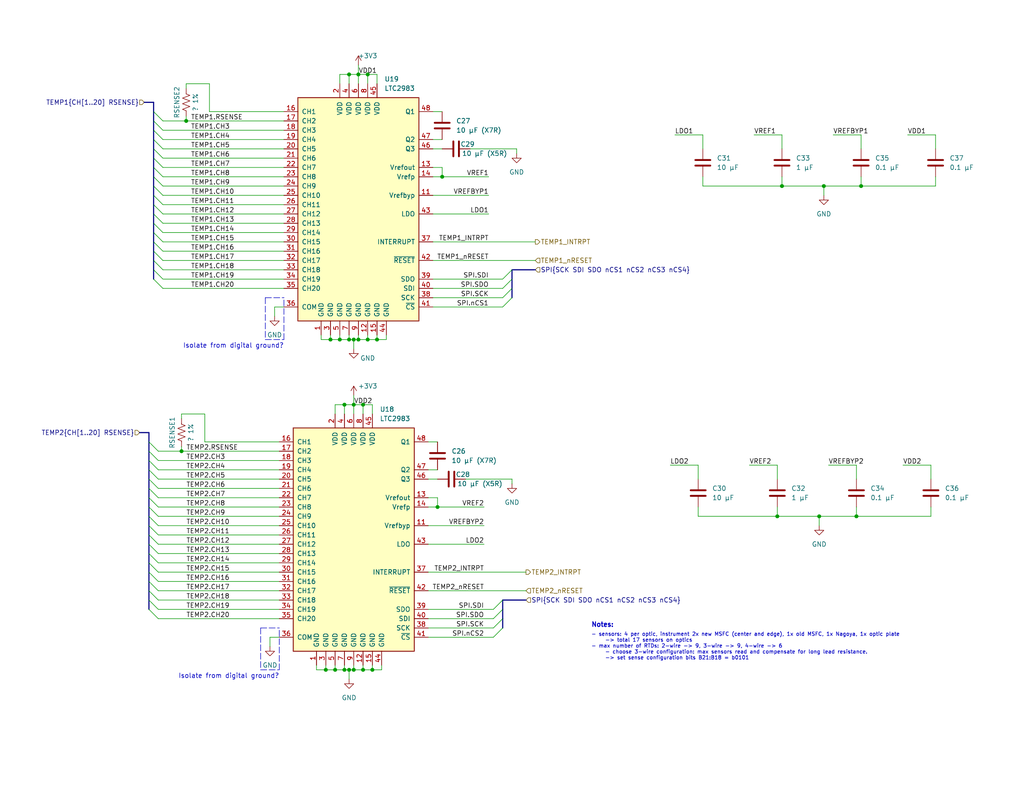
<source format=kicad_sch>
(kicad_sch (version 20211123) (generator eeschema)
  (paper "USLetter")
  (title_block (title "FOXSI-4 Plenum Board") (rev "1") (company "University of Minnesota") (comment 1 "Author: Thanasi Pantazides, panta013@umn.edu"))
  (lib_symbols
    (symbol "Device:C" (pin_numbers hide) (pin_names (offset 0.254))
      (property "Reference" "C" (at 0.635 2.54 0))
      (property "Value" "C" (at 0.635 -2.54 0))
      (symbol "C_0_1"
        (polyline (pts (xy -2.032 -0.762) (xy 2.032 -0.762)) (stroke (width 0.508)))
        (polyline (pts (xy -2.032 0.762) (xy 2.032 0.762)) (stroke (width 0.508)))
      )
      (symbol "C_1_1"
        (pin passive line (at 0 3.81 270) (length 2.794) (name "~") (number "1"))
        (pin passive line (at 0 -3.81 90) (length 2.794) (name "~") (number "2"))
      )
    )
    (symbol "Device:R_US" (pin_numbers hide) (pin_names (offset 0))
      (property "Reference" "R" (at 2.54 0 90))
      (property "Value" "R_US" (at -2.54 0 90))
      (symbol "R_US_0_1"
        (polyline (pts (xy 0 -2.286) (xy 0 -2.54)))
        (polyline (pts (xy 0 2.286) (xy 0 2.54)))
        (polyline (pts (xy 0 -0.762) (xy 1.016 -1.143) (xy 0 -1.524) (xy -1.016 -1.905) (xy 0 -2.286)))
        (polyline (pts (xy 0 0.762) (xy 1.016 0.381) (xy 0 0) (xy -1.016 -0.381) (xy 0 -0.762)))
        (polyline (pts (xy 0 2.286) (xy 1.016 1.905) (xy 0 1.524) (xy -1.016 1.143) (xy 0 0.762)))
      )
      (symbol "R_US_1_1"
        (pin passive line (at 0 3.81 270) (length 1.27) (name "~") (number "1"))
        (pin passive line (at 0 -3.81 90) (length 1.27) (name "~") (number "2"))
      )
    )
    (symbol "Sensor_Temperature:LTC2983" (pin_names (offset 1.016))
      (property "Reference" "U" (at -16.51 33.02 0))
      (property "Value" "LTC2983" (at 8.89 33.02 0))
      (symbol "LTC2983_0_1"
        (rectangle (start -16.51 31.75) (end 16.51 -29.21) (stroke (width 0.254)) (fill (type background)))
      )
      (symbol "LTC2983_1_1"
        (pin power_in line (at -10.16 -33.02 90) (length 3.81) (name "GND") (number "1"))
        (pin passive line (at 20.32 5.08 180) (length 3.81) (name "Vrefbyp") (number "11"))
        (pin power_in line (at 2.54 -33.02 90) (length 3.81) (name "GND") (number "12"))
        (pin passive line (at 20.32 12.7 180) (length 3.81) (name "Vrefout") (number "13"))
        (pin passive line (at 20.32 10.16 180) (length 3.81) (name "Vrefp") (number "14"))
        (pin power_in line (at 5.08 -33.02 90) (length 3.81) (name "GND") (number "15"))
        (pin passive line (at -20.32 27.94 0) (length 3.81) (name "CH1") (number "16"))
        (pin passive line (at -20.32 25.4 0) (length 3.81) (name "CH2") (number "17"))
        (pin passive line (at -20.32 22.86 0) (length 3.81) (name "CH3") (number "18"))
        (pin passive line (at -20.32 20.32 0) (length 3.81) (name "CH4") (number "19"))
        (pin power_in line (at -5.08 35.56 270) (length 3.81) (name "VDD") (number "2"))
        (pin passive line (at -20.32 17.78 0) (length 3.81) (name "CH5") (number "20"))
        (pin passive line (at -20.32 15.24 0) (length 3.81) (name "CH6") (number "21"))
        (pin passive line (at -20.32 12.7 0) (length 3.81) (name "CH7") (number "22"))
        (pin passive line (at -20.32 10.16 0) (length 3.81) (name "CH8") (number "23"))
        (pin passive line (at -20.32 7.62 0) (length 3.81) (name "CH9") (number "24"))
        (pin passive line (at -20.32 5.08 0) (length 3.81) (name "CH10") (number "25"))
        (pin passive line (at -20.32 2.54 0) (length 3.81) (name "CH11") (number "26"))
        (pin passive line (at -20.32 0 0) (length 3.81) (name "CH12") (number "27"))
        (pin passive line (at -20.32 -2.54 0) (length 3.81) (name "CH13") (number "28"))
        (pin passive line (at -20.32 -5.08 0) (length 3.81) (name "CH14") (number "29"))
        (pin power_in line (at -7.62 -33.02 90) (length 3.81) (name "GND") (number "3"))
        (pin passive line (at -20.32 -7.62 0) (length 3.81) (name "CH15") (number "30"))
        (pin passive line (at -20.32 -10.16 0) (length 3.81) (name "CH16") (number "31"))
        (pin passive line (at -20.32 -12.7 0) (length 3.81) (name "CH17") (number "32"))
        (pin passive line (at -20.32 -15.24 0) (length 3.81) (name "CH18") (number "33"))
        (pin passive line (at -20.32 -17.78 0) (length 3.81) (name "CH19") (number "34"))
        (pin passive line (at -20.32 -20.32 0) (length 3.81) (name "CH20") (number "35"))
        (pin passive line (at -20.32 -25.4 0) (length 3.81) (name "COM") (number "36"))
        (pin output line (at 20.32 -7.62 180) (length 3.81) (name "INTERRUPT") (number "37"))
        (pin input line (at 20.32 -22.86 180) (length 3.81) (name "SCK") (number "38"))
        (pin output line (at 20.32 -17.78 180) (length 3.81) (name "SDO") (number "39"))
        (pin power_in line (at -2.54 35.56 270) (length 3.81) (name "VDD") (number "4"))
        (pin input line (at 20.32 -20.32 180) (length 3.81) (name "SDI") (number "40"))
        (pin input line (at 20.32 -25.4 180) (length 3.81) (name "~{CS}") (number "41"))
        (pin input line (at 20.32 -12.7 180) (length 3.81) (name "~{RESET}") (number "42"))
        (pin passive line (at 20.32 0 180) (length 3.81) (name "LDO") (number "43"))
        (pin power_out line (at 7.62 -33.02 90) (length 3.81) (name "GND") (number "44"))
        (pin power_in line (at 5.08 35.56 270) (length 3.81) (name "VDD") (number "45"))
        (pin passive line (at 20.32 17.78 180) (length 3.81) (name "Q3") (number "46"))
        (pin passive line (at 20.32 20.32 180) (length 3.81) (name "Q2") (number "47"))
        (pin passive line (at 20.32 27.94 180) (length 3.81) (name "Q1") (number "48"))
        (pin power_in line (at -5.08 -33.02 90) (length 3.81) (name "GND") (number "5"))
        (pin power_in line (at 0 35.56 270) (length 3.81) (name "VDD") (number "6"))
        (pin power_in line (at -2.54 -33.02 90) (length 3.81) (name "GND") (number "7"))
        (pin power_in line (at 2.54 35.56 270) (length 3.81) (name "VDD") (number "8"))
        (pin power_in line (at 0 -33.02 90) (length 3.81) (name "GND") (number "9"))
      )
    )
    (symbol "power:+3V3" (power) (pin_names (offset 0))
      (property "Value" "+3V3" (at 0 3.556 0))
      (symbol "+3V3_0_1"
        (polyline (pts (xy -0.762 1.27) (xy 0 2.54)))
        (polyline (pts (xy 0 0) (xy 0 2.54)))
        (polyline (pts (xy 0 2.54) (xy 0.762 1.27)))
      )
      (symbol "+3V3_1_1"
        (pin power_in line (at 0 0 90) (length 0) hide (name "+3V3") (number "1"))
      )
    )
    (symbol "power:GND" (power) (pin_names (offset 0))
      (property "Value" "GND" (at 0 -3.81 0))
      (symbol "GND_0_1"
        (polyline (pts (xy 0 0) (xy 0 -1.27) (xy 1.27 -1.27) (xy 0 -2.54) (xy -1.27 -1.27) (xy 0 -1.27)))
      )
      (symbol "GND_1_1"
        (pin power_in line (at 0 0 270) (length 0) hide (name "GND") (number "1"))
      )
    )
  )
  (junction (at 95.25 92.71))
  (junction (at 119.38 138.43))
  (junction (at 90.17 92.71))
  (junction (at 213.36 50.8))
  (junction (at 101.6 182.88))
  (junction (at 233.68 140.97))
  (junction (at 92.71 92.71))
  (junction (at 97.79 92.71))
  (junction (at 100.33 20.32))
  (junction (at 120.65 48.26))
  (junction (at 97.79 20.32))
  (junction (at 99.06 182.88))
  (junction (at 93.98 110.49))
  (junction (at 102.87 92.71))
  (junction (at 96.52 182.88))
  (junction (at 91.44 182.88))
  (junction (at 96.52 92.71))
  (junction (at 100.33 92.71))
  (junction (at 95.25 182.88))
  (junction (at 99.06 110.49))
  (junction (at 49.53 123.19))
  (junction (at 50.8 33.02))
  (junction (at 234.95 50.8))
  (junction (at 223.52 140.97))
  (junction (at 96.52 110.49))
  (junction (at 95.25 20.32))
  (junction (at 212.09 140.97))
  (junction (at 88.9 182.88))
  (junction (at 224.79 50.8))
  (junction (at 93.98 182.88))
  (bus_entry (at 41.91 73.66) (size 2.54 2.54))
  (bus_entry (at 40.64 153.67) (size 2.54 2.54))
  (bus_entry (at 41.91 45.72) (size 2.54 2.54))
  (bus_entry (at 41.91 33.02) (size 2.54 2.54))
  (bus_entry (at 40.64 130.81) (size 2.54 2.54))
  (bus_entry (at 40.64 156.21) (size 2.54 2.54))
  (bus_entry (at 41.91 58.42) (size 2.54 2.54))
  (bus_entry (at 137.16 81.28) (size 2.54 -2.54))
  (bus_entry (at 40.64 120.65) (size 2.54 2.54))
  (bus_entry (at 41.91 66.04) (size 2.54 2.54))
  (bus_entry (at 40.64 146.05) (size 2.54 2.54))
  (bus_entry (at 40.64 163.83) (size 2.54 2.54))
  (bus_entry (at 41.91 53.34) (size 2.54 2.54))
  (bus_entry (at 40.64 151.13) (size 2.54 2.54))
  (bus_entry (at 137.16 76.2) (size 2.54 -2.54))
  (bus_entry (at 41.91 50.8) (size 2.54 2.54))
  (bus_entry (at 40.64 133.35) (size 2.54 2.54))
  (bus_entry (at 134.62 173.99) (size 2.54 -2.54))
  (bus_entry (at 40.64 138.43) (size 2.54 2.54))
  (bus_entry (at 41.91 43.18) (size 2.54 2.54))
  (bus_entry (at 40.64 161.29) (size 2.54 2.54))
  (bus_entry (at 134.62 168.91) (size 2.54 -2.54))
  (bus_entry (at 41.91 60.96) (size 2.54 2.54))
  (bus_entry (at 41.91 38.1) (size 2.54 2.54))
  (bus_entry (at 40.64 135.89) (size 2.54 2.54))
  (bus_entry (at 40.64 158.75) (size 2.54 2.54))
  (bus_entry (at 137.16 83.82) (size 2.54 -2.54))
  (bus_entry (at 40.64 125.73) (size 2.54 2.54))
  (bus_entry (at 41.91 63.5) (size 2.54 2.54))
  (bus_entry (at 134.62 171.45) (size 2.54 -2.54))
  (bus_entry (at 41.91 48.26) (size 2.54 2.54))
  (bus_entry (at 40.64 123.19) (size 2.54 2.54))
  (bus_entry (at 137.16 78.74) (size 2.54 -2.54))
  (bus_entry (at 41.91 30.48) (size 2.54 2.54))
  (bus_entry (at 40.64 166.37) (size 2.54 2.54))
  (bus_entry (at 134.62 166.37) (size 2.54 -2.54))
  (bus_entry (at 41.91 40.64) (size 2.54 2.54))
  (bus_entry (at 40.64 143.51) (size 2.54 2.54))
  (bus_entry (at 40.64 148.59) (size 2.54 2.54))
  (bus_entry (at 41.91 71.12) (size 2.54 2.54))
  (bus_entry (at 41.91 35.56) (size 2.54 2.54))
  (bus_entry (at 41.91 55.88) (size 2.54 2.54))
  (bus_entry (at 41.91 76.2) (size 2.54 2.54))
  (bus_entry (at 41.91 68.58) (size 2.54 2.54))
  (bus_entry (at 40.64 128.27) (size 2.54 2.54))
  (bus_entry (at 40.64 140.97) (size 2.54 2.54))
  (bus (pts (xy 40.64 133.35) (xy 40.64 130.81)))
  (bus (pts (xy 40.64 161.29) (xy 40.64 158.75)))
  (wire (pts (xy 96.52 107.95) (xy 96.52 110.49)))
  (polyline (pts (xy 76.2 182.88) (xy 76.2 171.45)))
  (bus (pts (xy 40.64 156.21) (xy 40.64 153.67)))
  (wire (pts (xy 254 138.43) (xy 254 140.97)))
  (wire (pts (xy 43.18 146.05) (xy 76.2 146.05)))
  (wire (pts (xy 233.68 140.97) (xy 223.52 140.97)))
  (bus (pts (xy 41.91 40.64) (xy 41.91 38.1)))
  (wire (pts (xy 87.63 91.44) (xy 87.63 92.71)))
  (wire (pts (xy 118.11 81.28) (xy 137.16 81.28)))
  (wire (pts (xy 44.45 40.64) (xy 77.47 40.64)))
  (bus (pts (xy 137.16 163.83) (xy 143.51 163.83)))
  (wire (pts (xy 139.7 130.81) (xy 139.7 132.08)))
  (bus (pts (xy 40.64 166.37) (xy 40.64 163.83)))
  (wire (pts (xy 97.79 20.32) (xy 97.79 22.86)))
  (wire (pts (xy 44.45 55.88) (xy 77.47 55.88)))
  (bus (pts (xy 40.64 128.27) (xy 40.64 125.73)))
  (wire (pts (xy 99.06 181.61) (xy 99.06 182.88)))
  (bus (pts (xy 41.91 60.96) (xy 41.91 58.42)))
  (bus (pts (xy 40.64 123.19) (xy 40.64 120.65)))
  (wire (pts (xy 43.18 153.67) (xy 76.2 153.67)))
  (wire (pts (xy 44.45 76.2) (xy 77.47 76.2)))
  (polyline (pts (xy 72.39 81.28) (xy 72.39 92.71)))
  (wire (pts (xy 44.45 58.42) (xy 77.47 58.42)))
  (wire (pts (xy 99.06 182.88) (xy 101.6 182.88)))
  (wire (pts (xy 95.25 91.44) (xy 95.25 92.71)))
  (polyline (pts (xy 71.12 171.45) (xy 71.12 182.88)))
  (wire (pts (xy 102.87 20.32) (xy 102.87 22.86)))
  (wire (pts (xy 92.71 22.86) (xy 92.71 20.32)))
  (wire (pts (xy 234.95 50.8) (xy 234.95 48.26)))
  (wire (pts (xy 97.79 17.78) (xy 97.79 20.32)))
  (bus (pts (xy 137.16 166.37) (xy 137.16 168.91)))
  (wire (pts (xy 76.2 120.65) (xy 55.88 120.65)))
  (wire (pts (xy 102.87 91.44) (xy 102.87 92.71)))
  (wire (pts (xy 92.71 20.32) (xy 95.25 20.32)))
  (wire (pts (xy 90.17 91.44) (xy 90.17 92.71)))
  (wire (pts (xy 92.71 92.71) (xy 95.25 92.71)))
  (bus (pts (xy 41.91 53.34) (xy 41.91 50.8)))
  (bus (pts (xy 41.91 38.1) (xy 41.91 35.56)))
  (wire (pts (xy 44.45 48.26) (xy 77.47 48.26)))
  (wire (pts (xy 77.47 30.48) (xy 57.15 30.48)))
  (wire (pts (xy 92.71 91.44) (xy 92.71 92.71)))
  (wire (pts (xy 223.52 140.97) (xy 223.52 143.51)))
  (wire (pts (xy 97.79 20.32) (xy 100.33 20.32)))
  (wire (pts (xy 95.25 92.71) (xy 96.52 92.71)))
  (wire (pts (xy 57.15 22.86) (xy 50.8 22.86)))
  (wire (pts (xy 43.18 125.73) (xy 76.2 125.73)))
  (wire (pts (xy 118.11 78.74) (xy 137.16 78.74)))
  (wire (pts (xy 44.45 66.04) (xy 77.47 66.04)))
  (wire (pts (xy 44.45 78.74) (xy 77.47 78.74)))
  (wire (pts (xy 43.18 166.37) (xy 76.2 166.37)))
  (wire (pts (xy 44.45 68.58) (xy 77.47 68.58)))
  (wire (pts (xy 212.09 140.97) (xy 212.09 138.43)))
  (bus (pts (xy 40.64 138.43) (xy 40.64 135.89)))
  (wire (pts (xy 116.84 168.91) (xy 134.62 168.91)))
  (wire (pts (xy 97.79 91.44) (xy 97.79 92.71)))
  (bus (pts (xy 41.91 63.5) (xy 41.91 60.96)))
  (wire (pts (xy 96.52 92.71) (xy 97.79 92.71)))
  (wire (pts (xy 91.44 182.88) (xy 93.98 182.88)))
  (wire (pts (xy 120.65 45.72) (xy 120.65 48.26)))
  (wire (pts (xy 140.97 40.64) (xy 140.97 41.91)))
  (wire (pts (xy 233.68 130.81) (xy 233.68 127)))
  (wire (pts (xy 99.06 110.49) (xy 101.6 110.49)))
  (bus (pts (xy 40.64 146.05) (xy 40.64 143.51)))
  (wire (pts (xy 118.11 53.34) (xy 133.35 53.34)))
  (wire (pts (xy 95.25 20.32) (xy 95.25 22.86)))
  (wire (pts (xy 119.38 135.89) (xy 119.38 138.43)))
  (wire (pts (xy 44.45 38.1) (xy 77.47 38.1)))
  (bus (pts (xy 40.64 158.75) (xy 40.64 156.21)))
  (wire (pts (xy 100.33 92.71) (xy 102.87 92.71)))
  (wire (pts (xy 43.18 156.21) (xy 76.2 156.21)))
  (bus (pts (xy 137.16 163.83) (xy 137.16 166.37)))
  (wire (pts (xy 96.52 110.49) (xy 99.06 110.49)))
  (bus (pts (xy 40.64 163.83) (xy 40.64 161.29)))
  (wire (pts (xy 128.27 40.64) (xy 140.97 40.64)))
  (bus (pts (xy 39.37 27.94) (xy 41.91 27.94)))
  (bus (pts (xy 41.91 71.12) (xy 41.91 68.58)))
  (bus (pts (xy 41.91 48.26) (xy 41.91 45.72)))
  (bus (pts (xy 40.64 143.51) (xy 40.64 140.97)))
  (wire (pts (xy 254 140.97) (xy 233.68 140.97)))
  (wire (pts (xy 190.5 140.97) (xy 190.5 138.43)))
  (wire (pts (xy 118.11 71.12) (xy 146.05 71.12)))
  (wire (pts (xy 96.52 182.88) (xy 99.06 182.88)))
  (bus (pts (xy 139.7 76.2) (xy 139.7 78.74)))
  (wire (pts (xy 44.45 73.66) (xy 77.47 73.66)))
  (wire (pts (xy 213.36 50.8) (xy 213.36 48.26)))
  (wire (pts (xy 43.18 163.83) (xy 76.2 163.83)))
  (wire (pts (xy 100.33 91.44) (xy 100.33 92.71)))
  (wire (pts (xy 43.18 168.91) (xy 76.2 168.91)))
  (wire (pts (xy 93.98 110.49) (xy 93.98 113.03)))
  (wire (pts (xy 255.27 50.8) (xy 234.95 50.8)))
  (wire (pts (xy 191.77 50.8) (xy 191.77 48.26)))
  (bus (pts (xy 139.7 78.74) (xy 139.7 81.28)))
  (bus (pts (xy 40.64 140.97) (xy 40.64 138.43)))
  (wire (pts (xy 50.8 22.86) (xy 50.8 24.13)))
  (wire (pts (xy 43.18 128.27) (xy 76.2 128.27)))
  (wire (pts (xy 90.17 92.71) (xy 92.71 92.71)))
  (wire (pts (xy 73.66 173.99) (xy 73.66 176.53)))
  (wire (pts (xy 88.9 181.61) (xy 88.9 182.88)))
  (bus (pts (xy 41.91 30.48) (xy 41.91 27.94)))
  (wire (pts (xy 212.09 130.81) (xy 212.09 127)))
  (wire (pts (xy 116.84 171.45) (xy 134.62 171.45)))
  (wire (pts (xy 93.98 110.49) (xy 96.52 110.49)))
  (polyline (pts (xy 71.12 182.88) (xy 76.2 182.88)))
  (wire (pts (xy 104.14 182.88) (xy 104.14 181.61)))
  (wire (pts (xy 184.15 36.83) (xy 191.77 36.83)))
  (bus (pts (xy 40.64 153.67) (xy 40.64 151.13)))
  (wire (pts (xy 88.9 182.88) (xy 91.44 182.88)))
  (wire (pts (xy 93.98 182.88) (xy 95.25 182.88)))
  (wire (pts (xy 55.88 120.65) (xy 55.88 113.03)))
  (wire (pts (xy 43.18 138.43) (xy 76.2 138.43)))
  (wire (pts (xy 43.18 133.35) (xy 76.2 133.35)))
  (wire (pts (xy 224.79 50.8) (xy 224.79 53.34)))
  (wire (pts (xy 224.79 50.8) (xy 213.36 50.8)))
  (wire (pts (xy 233.68 140.97) (xy 233.68 138.43)))
  (bus (pts (xy 139.7 73.66) (xy 146.05 73.66)))
  (wire (pts (xy 44.45 33.02) (xy 50.8 33.02)))
  (polyline (pts (xy 71.12 171.45) (xy 76.2 171.45)))
  (wire (pts (xy 116.84 148.59) (xy 132.08 148.59)))
  (bus (pts (xy 41.91 68.58) (xy 41.91 66.04)))
  (wire (pts (xy 116.84 135.89) (xy 119.38 135.89)))
  (wire (pts (xy 254 130.81) (xy 254 127)))
  (wire (pts (xy 96.52 92.71) (xy 96.52 95.25)))
  (wire (pts (xy 43.18 130.81) (xy 76.2 130.81)))
  (wire (pts (xy 44.45 35.56) (xy 77.47 35.56)))
  (wire (pts (xy 43.18 135.89) (xy 76.2 135.89)))
  (wire (pts (xy 76.2 173.99) (xy 73.66 173.99)))
  (bus (pts (xy 41.91 55.88) (xy 41.91 53.34)))
  (wire (pts (xy 43.18 148.59) (xy 76.2 148.59)))
  (wire (pts (xy 116.84 138.43) (xy 119.38 138.43)))
  (wire (pts (xy 234.95 40.64) (xy 234.95 36.83)))
  (wire (pts (xy 212.09 140.97) (xy 190.5 140.97)))
  (wire (pts (xy 44.45 43.18) (xy 77.47 43.18)))
  (bus (pts (xy 41.91 76.2) (xy 41.91 73.66)))
  (bus (pts (xy 41.91 43.18) (xy 41.91 40.64)))
  (wire (pts (xy 116.84 173.99) (xy 134.62 173.99)))
  (wire (pts (xy 50.8 33.02) (xy 50.8 31.75)))
  (wire (pts (xy 43.18 140.97) (xy 76.2 140.97)))
  (polyline (pts (xy 72.39 81.28) (xy 77.47 81.28)))
  (wire (pts (xy 100.33 20.32) (xy 100.33 22.86)))
  (wire (pts (xy 204.47 127) (xy 212.09 127)))
  (wire (pts (xy 116.84 143.51) (xy 132.08 143.51)))
  (bus (pts (xy 41.91 33.02) (xy 41.91 30.48)))
  (wire (pts (xy 97.79 92.71) (xy 100.33 92.71)))
  (wire (pts (xy 44.45 45.72) (xy 77.47 45.72)))
  (wire (pts (xy 116.84 120.65) (xy 119.38 120.65)))
  (wire (pts (xy 95.25 182.88) (xy 95.25 185.42)))
  (wire (pts (xy 118.11 66.04) (xy 146.05 66.04)))
  (wire (pts (xy 96.52 181.61) (xy 96.52 182.88)))
  (wire (pts (xy 226.06 127) (xy 233.68 127)))
  (wire (pts (xy 118.11 40.64) (xy 120.65 40.64)))
  (wire (pts (xy 182.88 127) (xy 190.5 127)))
  (bus (pts (xy 41.91 58.42) (xy 41.91 55.88)))
  (wire (pts (xy 119.38 138.43) (xy 132.08 138.43)))
  (wire (pts (xy 127 130.81) (xy 139.7 130.81)))
  (wire (pts (xy 44.45 71.12) (xy 77.47 71.12)))
  (bus (pts (xy 41.91 35.56) (xy 41.91 33.02)))
  (wire (pts (xy 223.52 140.97) (xy 212.09 140.97)))
  (bus (pts (xy 40.64 148.59) (xy 40.64 146.05)))
  (wire (pts (xy 86.36 182.88) (xy 88.9 182.88)))
  (bus (pts (xy 41.91 66.04) (xy 41.91 63.5)))
  (bus (pts (xy 40.64 151.13) (xy 40.64 148.59)))
  (bus (pts (xy 41.91 45.72) (xy 41.91 43.18)))
  (wire (pts (xy 116.84 161.29) (xy 143.51 161.29)))
  (wire (pts (xy 118.11 76.2) (xy 137.16 76.2)))
  (wire (pts (xy 213.36 50.8) (xy 191.77 50.8)))
  (wire (pts (xy 255.27 40.64) (xy 255.27 36.83)))
  (polyline (pts (xy 77.47 92.71) (xy 77.47 81.28)))
  (wire (pts (xy 44.45 50.8) (xy 77.47 50.8)))
  (wire (pts (xy 95.25 182.88) (xy 96.52 182.88)))
  (wire (pts (xy 118.11 30.48) (xy 120.65 30.48)))
  (wire (pts (xy 91.44 181.61) (xy 91.44 182.88)))
  (bus (pts (xy 38.1 118.11) (xy 40.64 118.11)))
  (wire (pts (xy 246.38 127) (xy 254 127)))
  (bus (pts (xy 137.16 168.91) (xy 137.16 171.45)))
  (wire (pts (xy 49.53 123.19) (xy 49.53 121.92)))
  (wire (pts (xy 190.5 130.81) (xy 190.5 127)))
  (wire (pts (xy 118.11 58.42) (xy 133.35 58.42)))
  (wire (pts (xy 116.84 156.21) (xy 143.51 156.21)))
  (wire (pts (xy 87.63 92.71) (xy 90.17 92.71)))
  (wire (pts (xy 213.36 40.64) (xy 213.36 36.83)))
  (wire (pts (xy 77.47 83.82) (xy 74.93 83.82)))
  (wire (pts (xy 234.95 50.8) (xy 224.79 50.8)))
  (wire (pts (xy 57.15 30.48) (xy 57.15 22.86)))
  (bus (pts (xy 40.64 120.65) (xy 40.64 118.11)))
  (wire (pts (xy 43.18 161.29) (xy 76.2 161.29)))
  (wire (pts (xy 91.44 113.03) (xy 91.44 110.49)))
  (wire (pts (xy 86.36 181.61) (xy 86.36 182.88)))
  (wire (pts (xy 96.52 110.49) (xy 96.52 113.03)))
  (wire (pts (xy 49.53 113.03) (xy 49.53 114.3)))
  (wire (pts (xy 227.33 36.83) (xy 234.95 36.83)))
  (wire (pts (xy 43.18 143.51) (xy 76.2 143.51)))
  (wire (pts (xy 118.11 83.82) (xy 137.16 83.82)))
  (wire (pts (xy 255.27 48.26) (xy 255.27 50.8)))
  (wire (pts (xy 118.11 45.72) (xy 120.65 45.72)))
  (wire (pts (xy 43.18 151.13) (xy 76.2 151.13)))
  (wire (pts (xy 116.84 166.37) (xy 134.62 166.37)))
  (wire (pts (xy 101.6 110.49) (xy 101.6 113.03)))
  (wire (pts (xy 44.45 63.5) (xy 77.47 63.5)))
  (wire (pts (xy 205.74 36.83) (xy 213.36 36.83)))
  (wire (pts (xy 43.18 123.19) (xy 49.53 123.19)))
  (wire (pts (xy 118.11 38.1) (xy 120.65 38.1)))
  (wire (pts (xy 44.45 53.34) (xy 77.47 53.34)))
  (wire (pts (xy 50.8 33.02) (xy 77.47 33.02)))
  (bus (pts (xy 41.91 50.8) (xy 41.91 48.26)))
  (wire (pts (xy 191.77 40.64) (xy 191.77 36.83)))
  (polyline (pts (xy 72.39 92.71) (xy 77.47 92.71)))
  (wire (pts (xy 43.18 158.75) (xy 76.2 158.75)))
  (wire (pts (xy 105.41 92.71) (xy 105.41 91.44)))
  (wire (pts (xy 49.53 123.19) (xy 76.2 123.19)))
  (wire (pts (xy 102.87 92.71) (xy 105.41 92.71)))
  (wire (pts (xy 101.6 181.61) (xy 101.6 182.88)))
  (bus (pts (xy 41.91 73.66) (xy 41.91 71.12)))
  (wire (pts (xy 247.65 36.83) (xy 255.27 36.83)))
  (wire (pts (xy 118.11 48.26) (xy 120.65 48.26)))
  (wire (pts (xy 93.98 181.61) (xy 93.98 182.88)))
  (wire (pts (xy 95.25 20.32) (xy 97.79 20.32)))
  (wire (pts (xy 101.6 182.88) (xy 104.14 182.88)))
  (bus (pts (xy 40.64 130.81) (xy 40.64 128.27)))
  (wire (pts (xy 116.84 128.27) (xy 119.38 128.27)))
  (bus (pts (xy 40.64 125.73) (xy 40.64 123.19)))
  (wire (pts (xy 116.84 130.81) (xy 119.38 130.81)))
  (wire (pts (xy 99.06 110.49) (xy 99.06 113.03)))
  (wire (pts (xy 91.44 110.49) (xy 93.98 110.49)))
  (wire (pts (xy 74.93 83.82) (xy 74.93 86.36)))
  (bus (pts (xy 40.64 135.89) (xy 40.64 133.35)))
  (wire (pts (xy 44.45 60.96) (xy 77.47 60.96)))
  (wire (pts (xy 55.88 113.03) (xy 49.53 113.03)))
  (wire (pts (xy 100.33 20.32) (xy 102.87 20.32)))
  (bus (pts (xy 139.7 73.66) (xy 139.7 76.2)))
  (wire (pts (xy 120.65 48.26) (xy 133.35 48.26)))
  (text "Isolate from digital ground?" (at 77.47 95.25 180) (effects (font (size 1.27 1.27)) (justify right bottom)))
  (text "Isolate from digital ground?" (at 76.2 185.42 180) (effects (font (size 1.27 1.27)) (justify right bottom)))
  (text "- sensors: 4 per optic, instrument 2x new MSFC (center and edge), 1x old MSFC, 1x Nagoya, 1x optic plate\n	-> total 17 sensors on optics \n- max number of RTDs: 2-wire -> 9, 3-wire -> 9, 4-wire -> 6\n	- choose 3-wire configuration: max sensors read and compensate for long lead resistance.\n	-> set sense configuration bits B21:B18 = b0101" (at 161.29 180.34 0) (effects (font (size 1 1)) (justify left bottom)))
  (text "Notes:" (at 161.29 171.45 0) (effects (font (size 1.27 1.27) bold) (justify left bottom)))
  (label "TEMP1.CH13" (at 52.07 60.96 0))
  (label "TEMP1.CH12" (at 52.07 58.42 0))
  (label "TEMP1_INTRPT" (at 133.35 66.04 180))
  (label "SPI.SCK" (at 132.08 171.45 180))
  (label "SPI.SDO" (at 132.08 168.91 180))
  (label "LDO2" (at 132.08 148.59 180))
  (label "TEMP2.CH17" (at 50.8 161.29 0))
  (label "TEMP2.CH14" (at 50.8075 153.67 0))
  (label "TEMP2.CH19" (at 50.8 166.37 0))
  (label "SPI.SDI" (at 132.08 166.37 180))
  (label "TEMP2_INTRPT" (at 132.08 156.21 180))
  (label "TEMP1.CH18" (at 52.07 73.66 0))
  (label "TEMP2.CH18" (at 50.8 163.83 0))
  (label "TEMP1.CH3" (at 52.07 35.56 0))
  (label "TEMP2.CH16" (at 50.8 158.75 0))
  (label "VREFBYP2" (at 132.08 143.51 180))
  (label "TEMP1.CH5" (at 52.07 40.64 0))
  (label "LDO1" (at 184.15 36.83 0))
  (label "VREFBYP1" (at 133.35 53.34 180))
  (label "VREFBYP1" (at 227.33 36.83 0))
  (label "LDO2" (at 182.88 127 0))
  (label "TEMP1.CH19" (at 52.07 76.2 0))
  (label "TEMP1.CH10" (at 52.07 53.34 0))
  (label "TEMP1.CH14" (at 52.0775 63.5 0))
  (label "SPI.SDI" (at 133.35 76.2 180))
  (label "VDD2" (at 101.6 110.49 180))
  (label "SPI.SCK" (at 133.35 81.28 180))
  (label "VDD2" (at 246.38 127 0))
  (label "SPI.SDO" (at 133.35 78.74 180))
  (label "TEMP2.RSENSE" (at 50.8 123.19 0))
  (label "TEMP1.CH20" (at 52.07 78.74 0))
  (label "TEMP1.CH6" (at 52.07 43.18 0))
  (label "TEMP2.CH15" (at 50.8 156.21 0))
  (label "TEMP2.CH3" (at 50.8 125.73 0))
  (label "TEMP1.CH11" (at 52.07 55.88 0))
  (label "TEMP1.CH7" (at 52.07 45.72 0))
  (label "TEMP2.CH10" (at 50.8 143.51 0))
  (label "SPI.nCS2" (at 132.08 173.99 180))
  (label "TEMP2.CH7" (at 50.8 135.89 0))
  (label "LDO1" (at 133.35 58.42 180))
  (label "VDD1" (at 102.87 20.32 180))
  (label "VREFBYP2" (at 226.06 127 0))
  (label "TEMP1.CH9" (at 52.07 50.8 0))
  (label "TEMP2_nRESET" (at 132.08 161.29 180))
  (label "TEMP2.CH8" (at 50.8 138.43 0))
  (label "TEMP1.RSENSE" (at 52.07 33.02 0))
  (label "TEMP2.CH13" (at 50.8 151.13 0))
  (label "TEMP2.CH20" (at 50.8 168.91 0))
  (label "TEMP2.CH6" (at 50.8 133.35 0))
  (label "VDD1" (at 247.65 36.83 0))
  (label "TEMP1.CH8" (at 52.07 48.26 0))
  (label "VREF1" (at 205.74 36.83 0))
  (label "TEMP1_nRESET" (at 133.35 71.12 180))
  (label "VREF1" (at 133.35 48.26 180))
  (label "SPI.nCS1" (at 133.35 83.82 180))
  (label "TEMP2.CH12" (at 50.8 148.59 0))
  (label "TEMP1.CH15" (at 52.07 66.04 0))
  (label "TEMP2.CH5" (at 50.8 130.81 0))
  (label "TEMP1.CH4" (at 52.07 38.1 0))
  (label "VREF2" (at 204.47 127 0))
  (label "TEMP2.CH11" (at 50.8 146.05 0))
  (label "TEMP1.CH17" (at 52.07 71.12 0))
  (label "TEMP1.CH16" (at 52.07 68.58 0))
  (label "VREF2" (at 132.08 138.43 180))
  (label "TEMP2.CH4" (at 50.8 128.27 0))
  (label "TEMP2.CH9" (at 50.8 140.97 0))
  (hierarchical_label "TEMP1{CH[1..20] RSENSE}" (shape input) (at 39.37 27.94 180))
  (hierarchical_label "TEMP1_INTRPT" (shape output) (at 146.05 66.04 0))
  (hierarchical_label "TEMP2{CH[1..20] RSENSE}" (shape input) (at 38.1 118.11 180))
  (hierarchical_label "TEMP2_nRESET" (shape input) (at 143.51 161.29 0))
  (hierarchical_label "SPI{SCK SDI SDO nCS1 nCS2 nCS3 nCS4}" (shape input) (at 143.51 163.83 0))
  (hierarchical_label "TEMP2_INTRPT" (shape output) (at 143.51 156.21 0))
  (hierarchical_label "TEMP1_nRESET" (shape input) (at 146.05 71.12 0))
  (hierarchical_label "SPI{SCK SDI SDO nCS1 nCS2 nCS3 nCS4}" (shape input) (at 146.05 73.66 0))
  (symbol (lib_id "power:+3V3") (at 96.52 107.95 0) (unit 1)
    (property "Reference" "#PWR0175" (effects hide))
    (property "Value" "+3V3" (at 100.33 105.41 0))
  )
  (symbol (lib_id "Device:R_US") (at 49.53 118.11 0) (unit 1)
    (property "Reference" "RSENSE1" (at 46.99 118.11 90))
    (property "Value" "? 1%" (at 52.07 118.11 90))
    (property "Footprint" "Resistor_SMD:R_1210_3225Metric" (effects hide))
  )
  (symbol (lib_id "Device:C") (at 254 134.62 180) (unit 1)
    (property "Reference" "C36" (at 257.81 133.35 0) (effects (justify right)))
    (property "Value" "0.1 µF" (at 257.81 135.89 0) (effects (justify right)))
    (property "Footprint" "Capacitor_SMD:C_0402_1005Metric" (effects hide))
  )
  (symbol (lib_id "Device:C") (at 119.38 124.46 180) (unit 1)
    (property "Reference" "C26" (at 123.19 123.19 0) (effects (justify right)))
    (property "Value" "10 µF (X7R)" (at 123.19 125.73 0) (effects (justify right)))
    (property "Footprint" "Capacitor_SMD:C_0603_1608Metric" (effects hide))
  )
  (symbol (lib_id "power:+3V3") (at 97.79 17.78 0) (unit 1)
    (property "Reference" "#PWR0173" (effects hide))
    (property "Value" "+3V3" (at 100.33 15.24 0))
  )
  (symbol (lib_id "Device:C") (at 123.19 130.81 270) (unit 1)
    (property "Reference" "C28" (at 128.27 129.54 90) (effects (justify right)))
    (property "Value" "10 µF (X5R)" (at 137.16 132.08 90) (effects (justify right)))
    (property "Footprint" "Capacitor_SMD:C_0603_1608Metric" (effects hide))
  )
  (symbol (lib_id "power:GND") (at 73.66 176.53 0) (unit 1)
    (property "Reference" "#PWR0178" (effects hide))
    (property "Value" "GND" (at 73.66 181.61 0))
  )
  (symbol (lib_id "Device:C") (at 255.27 44.45 180) (unit 1)
    (property "Reference" "C37" (at 259.08 43.18 0) (effects (justify right)))
    (property "Value" "0.1 µF" (at 259.08 45.72 0) (effects (justify right)))
    (property "Footprint" "Capacitor_SMD:C_0402_1005Metric" (effects hide))
  )
  (symbol (lib_id "power:GND") (at 95.25 185.42 0) (unit 1)
    (property "Reference" "#PWR0177" (effects hide))
    (property "Value" "GND" (at 95.25 190.5 0))
  )
  (symbol (lib_id "Device:C") (at 213.36 44.45 180) (unit 1)
    (property "Reference" "C33" (at 217.17 43.18 0) (effects (justify right)))
    (property "Value" "1 µF" (at 217.17 45.72 0) (effects (justify right)))
    (property "Footprint" "Capacitor_SMD:C_0603_1608Metric" (effects hide))
  )
  (symbol (lib_id "Device:C") (at 234.95 44.45 180) (unit 1)
    (property "Reference" "C35" (at 238.76 43.18 0) (effects (justify right)))
    (property "Value" "0.1 µF" (at 238.76 45.72 0) (effects (justify right)))
    (property "Footprint" "Capacitor_SMD:C_0402_1005Metric" (effects hide))
  )
  (symbol (lib_id "Device:C") (at 191.77 44.45 180) (unit 1)
    (property "Reference" "C31" (at 195.58 43.18 0) (effects (justify right)))
    (property "Value" "10 µF" (at 195.58 45.72 0) (effects (justify right)))
    (property "Footprint" "Capacitor_SMD:C_0603_1608Metric" (effects hide))
  )
  (symbol (lib_id "Sensor_Temperature:LTC2983") (at 97.79 58.42 0) (unit 1)
    (property "Reference" "U19" (at 104.8894 21.59 0) (effects (justify left)))
    (property "Value" "LTC2983" (at 104.8894 24.13 0) (effects (justify left)))
    (property "Footprint" "Package_QFP:LQFP-48_7x7mm_P0.5mm" (effects hide))
    (property "Datasheet" "https://www.analog.com/media/en/technical-documentation/data-sheets/2983fc.pdf" (effects hide))
  )
  (symbol (lib_id "Device:R_US") (at 50.8 27.94 0) (unit 1)
    (property "Reference" "RSENSE2" (at 48.26 27.94 90))
    (property "Value" "? 1%" (at 53.34 27.94 90))
    (property "Footprint" "Resistor_SMD:R_1210_3225Metric" (effects hide))
  )
  (symbol (lib_id "power:GND") (at 140.97 41.91 0) (unit 1)
    (property "Reference" "#PWR0170" (effects hide))
    (property "Value" "GND" (at 140.97 46.99 0))
  )
  (symbol (lib_id "Sensor_Temperature:LTC2983") (at 96.52 148.59 0) (unit 1)
    (property "Reference" "U18" (at 103.6194 111.76 0) (effects (justify left)))
    (property "Value" "LTC2983" (at 103.6194 114.3 0) (effects (justify left)))
    (property "Footprint" "Package_QFP:LQFP-48_7x7mm_P0.5mm" (effects hide))
    (property "Datasheet" "https://www.analog.com/media/en/technical-documentation/data-sheets/2983fc.pdf" (effects hide))
  )
  (symbol (lib_id "power:GND") (at 223.52 143.51 0) (unit 1)
    (property "Reference" "#PWR0169" (effects hide))
    (property "Value" "GND" (at 223.52 148.59 0))
  )
  (symbol (lib_id "Device:C") (at 124.46 40.64 270) (unit 1)
    (property "Reference" "C29" (at 129.54 39.37 90) (effects (justify right)))
    (property "Value" "10 µF (X5R)" (at 138.43 41.91 90) (effects (justify right)))
    (property "Footprint" "Capacitor_SMD:C_0603_1608Metric" (effects hide))
  )
  (symbol (lib_id "power:GND") (at 224.79 53.34 0) (unit 1)
    (property "Reference" "#PWR0171" (effects hide))
    (property "Value" "GND" (at 224.79 58.42 0))
  )
  (symbol (lib_id "power:GND") (at 74.93 86.36 0) (unit 1)
    (property "Reference" "#PWR0176" (effects hide))
    (property "Value" "GND" (at 74.93 91.44 0))
  )
  (symbol (lib_id "Device:C") (at 212.09 134.62 180) (unit 1)
    (property "Reference" "C32" (at 215.9 133.35 0) (effects (justify right)))
    (property "Value" "1 µF" (at 215.9 135.89 0) (effects (justify right)))
    (property "Footprint" "Capacitor_SMD:C_0603_1608Metric" (effects hide))
  )
  (symbol (lib_id "Device:C") (at 233.68 134.62 180) (unit 1)
    (property "Reference" "C34" (at 237.49 133.35 0) (effects (justify right)))
    (property "Value" "0.1 µF" (at 237.49 135.89 0) (effects (justify right)))
    (property "Footprint" "Capacitor_SMD:C_0402_1005Metric" (effects hide))
  )
  (symbol (lib_id "power:GND") (at 96.52 95.25 0) (unit 1)
    (property "Reference" "#PWR0174" (effects hide))
    (property "Value" "GND" (at 100.33 97.79 0))
  )
  (symbol (lib_id "Device:C") (at 190.5 134.62 180) (unit 1)
    (property "Reference" "C30" (at 194.31 133.35 0) (effects (justify right)))
    (property "Value" "10 µF" (at 194.31 135.89 0) (effects (justify right)))
    (property "Footprint" "Capacitor_SMD:C_0603_1608Metric" (effects hide))
  )
  (symbol (lib_id "Device:C") (at 120.65 34.29 180) (unit 1)
    (property "Reference" "C27" (at 124.46 33.02 0) (effects (justify right)))
    (property "Value" "10 µF (X7R)" (at 124.46 35.56 0) (effects (justify right)))
    (property "Footprint" "Capacitor_SMD:C_0603_1608Metric" (effects hide))
  )
  (symbol (lib_id "power:GND") (at 139.7 132.08 0) (unit 1)
    (property "Reference" "#PWR0172" (effects hide))
    (property "Value" "GND" (at 139.7 137.16 0))
  )
)
</source>
